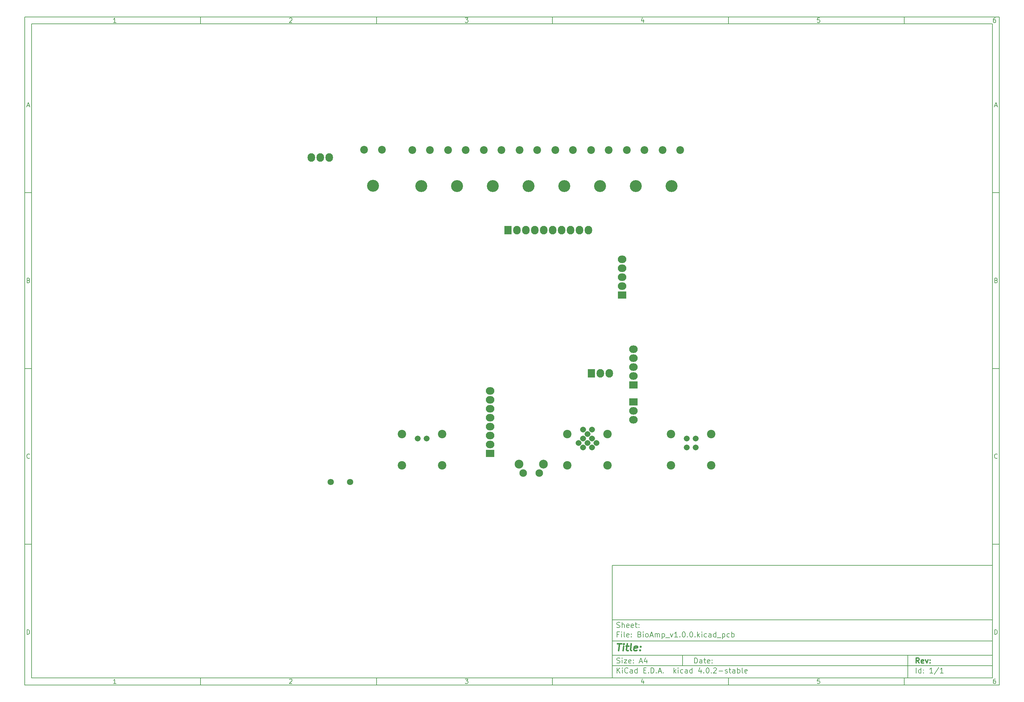
<source format=gbr>
G04 #@! TF.FileFunction,Soldermask,Bot*
%FSLAX46Y46*%
G04 Gerber Fmt 4.6, Leading zero omitted, Abs format (unit mm)*
G04 Created by KiCad (PCBNEW 4.0.2-stable) date 18/05/2017 14:25:04*
%MOMM*%
G01*
G04 APERTURE LIST*
%ADD10C,0.100000*%
%ADD11C,0.150000*%
%ADD12C,0.300000*%
%ADD13C,0.400000*%
%ADD14C,1.800000*%
%ADD15O,2.127200X2.432000*%
%ADD16R,2.432000X2.127200*%
%ADD17O,2.432000X2.127200*%
%ADD18R,2.127200X2.432000*%
%ADD19C,2.500000*%
%ADD20C,2.150000*%
%ADD21C,2.200000*%
%ADD22C,3.400000*%
%ADD23C,1.670000*%
%ADD24C,2.400000*%
G04 APERTURE END LIST*
D10*
D11*
X177002200Y-166007200D02*
X177002200Y-198007200D01*
X285002200Y-198007200D01*
X285002200Y-166007200D01*
X177002200Y-166007200D01*
D10*
D11*
X10000000Y-10000000D02*
X10000000Y-200007200D01*
X287002200Y-200007200D01*
X287002200Y-10000000D01*
X10000000Y-10000000D01*
D10*
D11*
X12000000Y-12000000D02*
X12000000Y-198007200D01*
X285002200Y-198007200D01*
X285002200Y-12000000D01*
X12000000Y-12000000D01*
D10*
D11*
X60000000Y-12000000D02*
X60000000Y-10000000D01*
D10*
D11*
X110000000Y-12000000D02*
X110000000Y-10000000D01*
D10*
D11*
X160000000Y-12000000D02*
X160000000Y-10000000D01*
D10*
D11*
X210000000Y-12000000D02*
X210000000Y-10000000D01*
D10*
D11*
X260000000Y-12000000D02*
X260000000Y-10000000D01*
D10*
D11*
X35990476Y-11588095D02*
X35247619Y-11588095D01*
X35619048Y-11588095D02*
X35619048Y-10288095D01*
X35495238Y-10473810D01*
X35371429Y-10597619D01*
X35247619Y-10659524D01*
D10*
D11*
X85247619Y-10411905D02*
X85309524Y-10350000D01*
X85433333Y-10288095D01*
X85742857Y-10288095D01*
X85866667Y-10350000D01*
X85928571Y-10411905D01*
X85990476Y-10535714D01*
X85990476Y-10659524D01*
X85928571Y-10845238D01*
X85185714Y-11588095D01*
X85990476Y-11588095D01*
D10*
D11*
X135185714Y-10288095D02*
X135990476Y-10288095D01*
X135557143Y-10783333D01*
X135742857Y-10783333D01*
X135866667Y-10845238D01*
X135928571Y-10907143D01*
X135990476Y-11030952D01*
X135990476Y-11340476D01*
X135928571Y-11464286D01*
X135866667Y-11526190D01*
X135742857Y-11588095D01*
X135371429Y-11588095D01*
X135247619Y-11526190D01*
X135185714Y-11464286D01*
D10*
D11*
X185866667Y-10721429D02*
X185866667Y-11588095D01*
X185557143Y-10226190D02*
X185247619Y-11154762D01*
X186052381Y-11154762D01*
D10*
D11*
X235928571Y-10288095D02*
X235309524Y-10288095D01*
X235247619Y-10907143D01*
X235309524Y-10845238D01*
X235433333Y-10783333D01*
X235742857Y-10783333D01*
X235866667Y-10845238D01*
X235928571Y-10907143D01*
X235990476Y-11030952D01*
X235990476Y-11340476D01*
X235928571Y-11464286D01*
X235866667Y-11526190D01*
X235742857Y-11588095D01*
X235433333Y-11588095D01*
X235309524Y-11526190D01*
X235247619Y-11464286D01*
D10*
D11*
X285866667Y-10288095D02*
X285619048Y-10288095D01*
X285495238Y-10350000D01*
X285433333Y-10411905D01*
X285309524Y-10597619D01*
X285247619Y-10845238D01*
X285247619Y-11340476D01*
X285309524Y-11464286D01*
X285371429Y-11526190D01*
X285495238Y-11588095D01*
X285742857Y-11588095D01*
X285866667Y-11526190D01*
X285928571Y-11464286D01*
X285990476Y-11340476D01*
X285990476Y-11030952D01*
X285928571Y-10907143D01*
X285866667Y-10845238D01*
X285742857Y-10783333D01*
X285495238Y-10783333D01*
X285371429Y-10845238D01*
X285309524Y-10907143D01*
X285247619Y-11030952D01*
D10*
D11*
X60000000Y-198007200D02*
X60000000Y-200007200D01*
D10*
D11*
X110000000Y-198007200D02*
X110000000Y-200007200D01*
D10*
D11*
X160000000Y-198007200D02*
X160000000Y-200007200D01*
D10*
D11*
X210000000Y-198007200D02*
X210000000Y-200007200D01*
D10*
D11*
X260000000Y-198007200D02*
X260000000Y-200007200D01*
D10*
D11*
X35990476Y-199595295D02*
X35247619Y-199595295D01*
X35619048Y-199595295D02*
X35619048Y-198295295D01*
X35495238Y-198481010D01*
X35371429Y-198604819D01*
X35247619Y-198666724D01*
D10*
D11*
X85247619Y-198419105D02*
X85309524Y-198357200D01*
X85433333Y-198295295D01*
X85742857Y-198295295D01*
X85866667Y-198357200D01*
X85928571Y-198419105D01*
X85990476Y-198542914D01*
X85990476Y-198666724D01*
X85928571Y-198852438D01*
X85185714Y-199595295D01*
X85990476Y-199595295D01*
D10*
D11*
X135185714Y-198295295D02*
X135990476Y-198295295D01*
X135557143Y-198790533D01*
X135742857Y-198790533D01*
X135866667Y-198852438D01*
X135928571Y-198914343D01*
X135990476Y-199038152D01*
X135990476Y-199347676D01*
X135928571Y-199471486D01*
X135866667Y-199533390D01*
X135742857Y-199595295D01*
X135371429Y-199595295D01*
X135247619Y-199533390D01*
X135185714Y-199471486D01*
D10*
D11*
X185866667Y-198728629D02*
X185866667Y-199595295D01*
X185557143Y-198233390D02*
X185247619Y-199161962D01*
X186052381Y-199161962D01*
D10*
D11*
X235928571Y-198295295D02*
X235309524Y-198295295D01*
X235247619Y-198914343D01*
X235309524Y-198852438D01*
X235433333Y-198790533D01*
X235742857Y-198790533D01*
X235866667Y-198852438D01*
X235928571Y-198914343D01*
X235990476Y-199038152D01*
X235990476Y-199347676D01*
X235928571Y-199471486D01*
X235866667Y-199533390D01*
X235742857Y-199595295D01*
X235433333Y-199595295D01*
X235309524Y-199533390D01*
X235247619Y-199471486D01*
D10*
D11*
X285866667Y-198295295D02*
X285619048Y-198295295D01*
X285495238Y-198357200D01*
X285433333Y-198419105D01*
X285309524Y-198604819D01*
X285247619Y-198852438D01*
X285247619Y-199347676D01*
X285309524Y-199471486D01*
X285371429Y-199533390D01*
X285495238Y-199595295D01*
X285742857Y-199595295D01*
X285866667Y-199533390D01*
X285928571Y-199471486D01*
X285990476Y-199347676D01*
X285990476Y-199038152D01*
X285928571Y-198914343D01*
X285866667Y-198852438D01*
X285742857Y-198790533D01*
X285495238Y-198790533D01*
X285371429Y-198852438D01*
X285309524Y-198914343D01*
X285247619Y-199038152D01*
D10*
D11*
X10000000Y-60000000D02*
X12000000Y-60000000D01*
D10*
D11*
X10000000Y-110000000D02*
X12000000Y-110000000D01*
D10*
D11*
X10000000Y-160000000D02*
X12000000Y-160000000D01*
D10*
D11*
X10690476Y-35216667D02*
X11309524Y-35216667D01*
X10566667Y-35588095D02*
X11000000Y-34288095D01*
X11433333Y-35588095D01*
D10*
D11*
X11092857Y-84907143D02*
X11278571Y-84969048D01*
X11340476Y-85030952D01*
X11402381Y-85154762D01*
X11402381Y-85340476D01*
X11340476Y-85464286D01*
X11278571Y-85526190D01*
X11154762Y-85588095D01*
X10659524Y-85588095D01*
X10659524Y-84288095D01*
X11092857Y-84288095D01*
X11216667Y-84350000D01*
X11278571Y-84411905D01*
X11340476Y-84535714D01*
X11340476Y-84659524D01*
X11278571Y-84783333D01*
X11216667Y-84845238D01*
X11092857Y-84907143D01*
X10659524Y-84907143D01*
D10*
D11*
X11402381Y-135464286D02*
X11340476Y-135526190D01*
X11154762Y-135588095D01*
X11030952Y-135588095D01*
X10845238Y-135526190D01*
X10721429Y-135402381D01*
X10659524Y-135278571D01*
X10597619Y-135030952D01*
X10597619Y-134845238D01*
X10659524Y-134597619D01*
X10721429Y-134473810D01*
X10845238Y-134350000D01*
X11030952Y-134288095D01*
X11154762Y-134288095D01*
X11340476Y-134350000D01*
X11402381Y-134411905D01*
D10*
D11*
X10659524Y-185588095D02*
X10659524Y-184288095D01*
X10969048Y-184288095D01*
X11154762Y-184350000D01*
X11278571Y-184473810D01*
X11340476Y-184597619D01*
X11402381Y-184845238D01*
X11402381Y-185030952D01*
X11340476Y-185278571D01*
X11278571Y-185402381D01*
X11154762Y-185526190D01*
X10969048Y-185588095D01*
X10659524Y-185588095D01*
D10*
D11*
X287002200Y-60000000D02*
X285002200Y-60000000D01*
D10*
D11*
X287002200Y-110000000D02*
X285002200Y-110000000D01*
D10*
D11*
X287002200Y-160000000D02*
X285002200Y-160000000D01*
D10*
D11*
X285692676Y-35216667D02*
X286311724Y-35216667D01*
X285568867Y-35588095D02*
X286002200Y-34288095D01*
X286435533Y-35588095D01*
D10*
D11*
X286095057Y-84907143D02*
X286280771Y-84969048D01*
X286342676Y-85030952D01*
X286404581Y-85154762D01*
X286404581Y-85340476D01*
X286342676Y-85464286D01*
X286280771Y-85526190D01*
X286156962Y-85588095D01*
X285661724Y-85588095D01*
X285661724Y-84288095D01*
X286095057Y-84288095D01*
X286218867Y-84350000D01*
X286280771Y-84411905D01*
X286342676Y-84535714D01*
X286342676Y-84659524D01*
X286280771Y-84783333D01*
X286218867Y-84845238D01*
X286095057Y-84907143D01*
X285661724Y-84907143D01*
D10*
D11*
X286404581Y-135464286D02*
X286342676Y-135526190D01*
X286156962Y-135588095D01*
X286033152Y-135588095D01*
X285847438Y-135526190D01*
X285723629Y-135402381D01*
X285661724Y-135278571D01*
X285599819Y-135030952D01*
X285599819Y-134845238D01*
X285661724Y-134597619D01*
X285723629Y-134473810D01*
X285847438Y-134350000D01*
X286033152Y-134288095D01*
X286156962Y-134288095D01*
X286342676Y-134350000D01*
X286404581Y-134411905D01*
D10*
D11*
X285661724Y-185588095D02*
X285661724Y-184288095D01*
X285971248Y-184288095D01*
X286156962Y-184350000D01*
X286280771Y-184473810D01*
X286342676Y-184597619D01*
X286404581Y-184845238D01*
X286404581Y-185030952D01*
X286342676Y-185278571D01*
X286280771Y-185402381D01*
X286156962Y-185526190D01*
X285971248Y-185588095D01*
X285661724Y-185588095D01*
D10*
D11*
X200359343Y-193785771D02*
X200359343Y-192285771D01*
X200716486Y-192285771D01*
X200930771Y-192357200D01*
X201073629Y-192500057D01*
X201145057Y-192642914D01*
X201216486Y-192928629D01*
X201216486Y-193142914D01*
X201145057Y-193428629D01*
X201073629Y-193571486D01*
X200930771Y-193714343D01*
X200716486Y-193785771D01*
X200359343Y-193785771D01*
X202502200Y-193785771D02*
X202502200Y-193000057D01*
X202430771Y-192857200D01*
X202287914Y-192785771D01*
X202002200Y-192785771D01*
X201859343Y-192857200D01*
X202502200Y-193714343D02*
X202359343Y-193785771D01*
X202002200Y-193785771D01*
X201859343Y-193714343D01*
X201787914Y-193571486D01*
X201787914Y-193428629D01*
X201859343Y-193285771D01*
X202002200Y-193214343D01*
X202359343Y-193214343D01*
X202502200Y-193142914D01*
X203002200Y-192785771D02*
X203573629Y-192785771D01*
X203216486Y-192285771D02*
X203216486Y-193571486D01*
X203287914Y-193714343D01*
X203430772Y-193785771D01*
X203573629Y-193785771D01*
X204645057Y-193714343D02*
X204502200Y-193785771D01*
X204216486Y-193785771D01*
X204073629Y-193714343D01*
X204002200Y-193571486D01*
X204002200Y-193000057D01*
X204073629Y-192857200D01*
X204216486Y-192785771D01*
X204502200Y-192785771D01*
X204645057Y-192857200D01*
X204716486Y-193000057D01*
X204716486Y-193142914D01*
X204002200Y-193285771D01*
X205359343Y-193642914D02*
X205430771Y-193714343D01*
X205359343Y-193785771D01*
X205287914Y-193714343D01*
X205359343Y-193642914D01*
X205359343Y-193785771D01*
X205359343Y-192857200D02*
X205430771Y-192928629D01*
X205359343Y-193000057D01*
X205287914Y-192928629D01*
X205359343Y-192857200D01*
X205359343Y-193000057D01*
D10*
D11*
X177002200Y-194507200D02*
X285002200Y-194507200D01*
D10*
D11*
X178359343Y-196585771D02*
X178359343Y-195085771D01*
X179216486Y-196585771D02*
X178573629Y-195728629D01*
X179216486Y-195085771D02*
X178359343Y-195942914D01*
X179859343Y-196585771D02*
X179859343Y-195585771D01*
X179859343Y-195085771D02*
X179787914Y-195157200D01*
X179859343Y-195228629D01*
X179930771Y-195157200D01*
X179859343Y-195085771D01*
X179859343Y-195228629D01*
X181430772Y-196442914D02*
X181359343Y-196514343D01*
X181145057Y-196585771D01*
X181002200Y-196585771D01*
X180787915Y-196514343D01*
X180645057Y-196371486D01*
X180573629Y-196228629D01*
X180502200Y-195942914D01*
X180502200Y-195728629D01*
X180573629Y-195442914D01*
X180645057Y-195300057D01*
X180787915Y-195157200D01*
X181002200Y-195085771D01*
X181145057Y-195085771D01*
X181359343Y-195157200D01*
X181430772Y-195228629D01*
X182716486Y-196585771D02*
X182716486Y-195800057D01*
X182645057Y-195657200D01*
X182502200Y-195585771D01*
X182216486Y-195585771D01*
X182073629Y-195657200D01*
X182716486Y-196514343D02*
X182573629Y-196585771D01*
X182216486Y-196585771D01*
X182073629Y-196514343D01*
X182002200Y-196371486D01*
X182002200Y-196228629D01*
X182073629Y-196085771D01*
X182216486Y-196014343D01*
X182573629Y-196014343D01*
X182716486Y-195942914D01*
X184073629Y-196585771D02*
X184073629Y-195085771D01*
X184073629Y-196514343D02*
X183930772Y-196585771D01*
X183645058Y-196585771D01*
X183502200Y-196514343D01*
X183430772Y-196442914D01*
X183359343Y-196300057D01*
X183359343Y-195871486D01*
X183430772Y-195728629D01*
X183502200Y-195657200D01*
X183645058Y-195585771D01*
X183930772Y-195585771D01*
X184073629Y-195657200D01*
X185930772Y-195800057D02*
X186430772Y-195800057D01*
X186645058Y-196585771D02*
X185930772Y-196585771D01*
X185930772Y-195085771D01*
X186645058Y-195085771D01*
X187287915Y-196442914D02*
X187359343Y-196514343D01*
X187287915Y-196585771D01*
X187216486Y-196514343D01*
X187287915Y-196442914D01*
X187287915Y-196585771D01*
X188002201Y-196585771D02*
X188002201Y-195085771D01*
X188359344Y-195085771D01*
X188573629Y-195157200D01*
X188716487Y-195300057D01*
X188787915Y-195442914D01*
X188859344Y-195728629D01*
X188859344Y-195942914D01*
X188787915Y-196228629D01*
X188716487Y-196371486D01*
X188573629Y-196514343D01*
X188359344Y-196585771D01*
X188002201Y-196585771D01*
X189502201Y-196442914D02*
X189573629Y-196514343D01*
X189502201Y-196585771D01*
X189430772Y-196514343D01*
X189502201Y-196442914D01*
X189502201Y-196585771D01*
X190145058Y-196157200D02*
X190859344Y-196157200D01*
X190002201Y-196585771D02*
X190502201Y-195085771D01*
X191002201Y-196585771D01*
X191502201Y-196442914D02*
X191573629Y-196514343D01*
X191502201Y-196585771D01*
X191430772Y-196514343D01*
X191502201Y-196442914D01*
X191502201Y-196585771D01*
X194502201Y-196585771D02*
X194502201Y-195085771D01*
X194645058Y-196014343D02*
X195073629Y-196585771D01*
X195073629Y-195585771D02*
X194502201Y-196157200D01*
X195716487Y-196585771D02*
X195716487Y-195585771D01*
X195716487Y-195085771D02*
X195645058Y-195157200D01*
X195716487Y-195228629D01*
X195787915Y-195157200D01*
X195716487Y-195085771D01*
X195716487Y-195228629D01*
X197073630Y-196514343D02*
X196930773Y-196585771D01*
X196645059Y-196585771D01*
X196502201Y-196514343D01*
X196430773Y-196442914D01*
X196359344Y-196300057D01*
X196359344Y-195871486D01*
X196430773Y-195728629D01*
X196502201Y-195657200D01*
X196645059Y-195585771D01*
X196930773Y-195585771D01*
X197073630Y-195657200D01*
X198359344Y-196585771D02*
X198359344Y-195800057D01*
X198287915Y-195657200D01*
X198145058Y-195585771D01*
X197859344Y-195585771D01*
X197716487Y-195657200D01*
X198359344Y-196514343D02*
X198216487Y-196585771D01*
X197859344Y-196585771D01*
X197716487Y-196514343D01*
X197645058Y-196371486D01*
X197645058Y-196228629D01*
X197716487Y-196085771D01*
X197859344Y-196014343D01*
X198216487Y-196014343D01*
X198359344Y-195942914D01*
X199716487Y-196585771D02*
X199716487Y-195085771D01*
X199716487Y-196514343D02*
X199573630Y-196585771D01*
X199287916Y-196585771D01*
X199145058Y-196514343D01*
X199073630Y-196442914D01*
X199002201Y-196300057D01*
X199002201Y-195871486D01*
X199073630Y-195728629D01*
X199145058Y-195657200D01*
X199287916Y-195585771D01*
X199573630Y-195585771D01*
X199716487Y-195657200D01*
X202216487Y-195585771D02*
X202216487Y-196585771D01*
X201859344Y-195014343D02*
X201502201Y-196085771D01*
X202430773Y-196085771D01*
X203002201Y-196442914D02*
X203073629Y-196514343D01*
X203002201Y-196585771D01*
X202930772Y-196514343D01*
X203002201Y-196442914D01*
X203002201Y-196585771D01*
X204002201Y-195085771D02*
X204145058Y-195085771D01*
X204287915Y-195157200D01*
X204359344Y-195228629D01*
X204430773Y-195371486D01*
X204502201Y-195657200D01*
X204502201Y-196014343D01*
X204430773Y-196300057D01*
X204359344Y-196442914D01*
X204287915Y-196514343D01*
X204145058Y-196585771D01*
X204002201Y-196585771D01*
X203859344Y-196514343D01*
X203787915Y-196442914D01*
X203716487Y-196300057D01*
X203645058Y-196014343D01*
X203645058Y-195657200D01*
X203716487Y-195371486D01*
X203787915Y-195228629D01*
X203859344Y-195157200D01*
X204002201Y-195085771D01*
X205145058Y-196442914D02*
X205216486Y-196514343D01*
X205145058Y-196585771D01*
X205073629Y-196514343D01*
X205145058Y-196442914D01*
X205145058Y-196585771D01*
X205787915Y-195228629D02*
X205859344Y-195157200D01*
X206002201Y-195085771D01*
X206359344Y-195085771D01*
X206502201Y-195157200D01*
X206573630Y-195228629D01*
X206645058Y-195371486D01*
X206645058Y-195514343D01*
X206573630Y-195728629D01*
X205716487Y-196585771D01*
X206645058Y-196585771D01*
X207287915Y-196014343D02*
X208430772Y-196014343D01*
X209073629Y-196514343D02*
X209216486Y-196585771D01*
X209502201Y-196585771D01*
X209645058Y-196514343D01*
X209716486Y-196371486D01*
X209716486Y-196300057D01*
X209645058Y-196157200D01*
X209502201Y-196085771D01*
X209287915Y-196085771D01*
X209145058Y-196014343D01*
X209073629Y-195871486D01*
X209073629Y-195800057D01*
X209145058Y-195657200D01*
X209287915Y-195585771D01*
X209502201Y-195585771D01*
X209645058Y-195657200D01*
X210145058Y-195585771D02*
X210716487Y-195585771D01*
X210359344Y-195085771D02*
X210359344Y-196371486D01*
X210430772Y-196514343D01*
X210573630Y-196585771D01*
X210716487Y-196585771D01*
X211859344Y-196585771D02*
X211859344Y-195800057D01*
X211787915Y-195657200D01*
X211645058Y-195585771D01*
X211359344Y-195585771D01*
X211216487Y-195657200D01*
X211859344Y-196514343D02*
X211716487Y-196585771D01*
X211359344Y-196585771D01*
X211216487Y-196514343D01*
X211145058Y-196371486D01*
X211145058Y-196228629D01*
X211216487Y-196085771D01*
X211359344Y-196014343D01*
X211716487Y-196014343D01*
X211859344Y-195942914D01*
X212573630Y-196585771D02*
X212573630Y-195085771D01*
X212573630Y-195657200D02*
X212716487Y-195585771D01*
X213002201Y-195585771D01*
X213145058Y-195657200D01*
X213216487Y-195728629D01*
X213287916Y-195871486D01*
X213287916Y-196300057D01*
X213216487Y-196442914D01*
X213145058Y-196514343D01*
X213002201Y-196585771D01*
X212716487Y-196585771D01*
X212573630Y-196514343D01*
X214145059Y-196585771D02*
X214002201Y-196514343D01*
X213930773Y-196371486D01*
X213930773Y-195085771D01*
X215287915Y-196514343D02*
X215145058Y-196585771D01*
X214859344Y-196585771D01*
X214716487Y-196514343D01*
X214645058Y-196371486D01*
X214645058Y-195800057D01*
X214716487Y-195657200D01*
X214859344Y-195585771D01*
X215145058Y-195585771D01*
X215287915Y-195657200D01*
X215359344Y-195800057D01*
X215359344Y-195942914D01*
X214645058Y-196085771D01*
D10*
D11*
X177002200Y-191507200D02*
X285002200Y-191507200D01*
D10*
D12*
X264216486Y-193785771D02*
X263716486Y-193071486D01*
X263359343Y-193785771D02*
X263359343Y-192285771D01*
X263930771Y-192285771D01*
X264073629Y-192357200D01*
X264145057Y-192428629D01*
X264216486Y-192571486D01*
X264216486Y-192785771D01*
X264145057Y-192928629D01*
X264073629Y-193000057D01*
X263930771Y-193071486D01*
X263359343Y-193071486D01*
X265430771Y-193714343D02*
X265287914Y-193785771D01*
X265002200Y-193785771D01*
X264859343Y-193714343D01*
X264787914Y-193571486D01*
X264787914Y-193000057D01*
X264859343Y-192857200D01*
X265002200Y-192785771D01*
X265287914Y-192785771D01*
X265430771Y-192857200D01*
X265502200Y-193000057D01*
X265502200Y-193142914D01*
X264787914Y-193285771D01*
X266002200Y-192785771D02*
X266359343Y-193785771D01*
X266716485Y-192785771D01*
X267287914Y-193642914D02*
X267359342Y-193714343D01*
X267287914Y-193785771D01*
X267216485Y-193714343D01*
X267287914Y-193642914D01*
X267287914Y-193785771D01*
X267287914Y-192857200D02*
X267359342Y-192928629D01*
X267287914Y-193000057D01*
X267216485Y-192928629D01*
X267287914Y-192857200D01*
X267287914Y-193000057D01*
D10*
D11*
X178287914Y-193714343D02*
X178502200Y-193785771D01*
X178859343Y-193785771D01*
X179002200Y-193714343D01*
X179073629Y-193642914D01*
X179145057Y-193500057D01*
X179145057Y-193357200D01*
X179073629Y-193214343D01*
X179002200Y-193142914D01*
X178859343Y-193071486D01*
X178573629Y-193000057D01*
X178430771Y-192928629D01*
X178359343Y-192857200D01*
X178287914Y-192714343D01*
X178287914Y-192571486D01*
X178359343Y-192428629D01*
X178430771Y-192357200D01*
X178573629Y-192285771D01*
X178930771Y-192285771D01*
X179145057Y-192357200D01*
X179787914Y-193785771D02*
X179787914Y-192785771D01*
X179787914Y-192285771D02*
X179716485Y-192357200D01*
X179787914Y-192428629D01*
X179859342Y-192357200D01*
X179787914Y-192285771D01*
X179787914Y-192428629D01*
X180359343Y-192785771D02*
X181145057Y-192785771D01*
X180359343Y-193785771D01*
X181145057Y-193785771D01*
X182287914Y-193714343D02*
X182145057Y-193785771D01*
X181859343Y-193785771D01*
X181716486Y-193714343D01*
X181645057Y-193571486D01*
X181645057Y-193000057D01*
X181716486Y-192857200D01*
X181859343Y-192785771D01*
X182145057Y-192785771D01*
X182287914Y-192857200D01*
X182359343Y-193000057D01*
X182359343Y-193142914D01*
X181645057Y-193285771D01*
X183002200Y-193642914D02*
X183073628Y-193714343D01*
X183002200Y-193785771D01*
X182930771Y-193714343D01*
X183002200Y-193642914D01*
X183002200Y-193785771D01*
X183002200Y-192857200D02*
X183073628Y-192928629D01*
X183002200Y-193000057D01*
X182930771Y-192928629D01*
X183002200Y-192857200D01*
X183002200Y-193000057D01*
X184787914Y-193357200D02*
X185502200Y-193357200D01*
X184645057Y-193785771D02*
X185145057Y-192285771D01*
X185645057Y-193785771D01*
X186787914Y-192785771D02*
X186787914Y-193785771D01*
X186430771Y-192214343D02*
X186073628Y-193285771D01*
X187002200Y-193285771D01*
D10*
D11*
X263359343Y-196585771D02*
X263359343Y-195085771D01*
X264716486Y-196585771D02*
X264716486Y-195085771D01*
X264716486Y-196514343D02*
X264573629Y-196585771D01*
X264287915Y-196585771D01*
X264145057Y-196514343D01*
X264073629Y-196442914D01*
X264002200Y-196300057D01*
X264002200Y-195871486D01*
X264073629Y-195728629D01*
X264145057Y-195657200D01*
X264287915Y-195585771D01*
X264573629Y-195585771D01*
X264716486Y-195657200D01*
X265430772Y-196442914D02*
X265502200Y-196514343D01*
X265430772Y-196585771D01*
X265359343Y-196514343D01*
X265430772Y-196442914D01*
X265430772Y-196585771D01*
X265430772Y-195657200D02*
X265502200Y-195728629D01*
X265430772Y-195800057D01*
X265359343Y-195728629D01*
X265430772Y-195657200D01*
X265430772Y-195800057D01*
X268073629Y-196585771D02*
X267216486Y-196585771D01*
X267645058Y-196585771D02*
X267645058Y-195085771D01*
X267502201Y-195300057D01*
X267359343Y-195442914D01*
X267216486Y-195514343D01*
X269787914Y-195014343D02*
X268502200Y-196942914D01*
X271073629Y-196585771D02*
X270216486Y-196585771D01*
X270645058Y-196585771D02*
X270645058Y-195085771D01*
X270502201Y-195300057D01*
X270359343Y-195442914D01*
X270216486Y-195514343D01*
D10*
D11*
X177002200Y-187507200D02*
X285002200Y-187507200D01*
D10*
D13*
X178454581Y-188211962D02*
X179597438Y-188211962D01*
X178776010Y-190211962D02*
X179026010Y-188211962D01*
X180014105Y-190211962D02*
X180180771Y-188878629D01*
X180264105Y-188211962D02*
X180156962Y-188307200D01*
X180240295Y-188402438D01*
X180347439Y-188307200D01*
X180264105Y-188211962D01*
X180240295Y-188402438D01*
X180847438Y-188878629D02*
X181609343Y-188878629D01*
X181216486Y-188211962D02*
X181002200Y-189926248D01*
X181073630Y-190116724D01*
X181252201Y-190211962D01*
X181442677Y-190211962D01*
X182395058Y-190211962D02*
X182216487Y-190116724D01*
X182145057Y-189926248D01*
X182359343Y-188211962D01*
X183930772Y-190116724D02*
X183728391Y-190211962D01*
X183347439Y-190211962D01*
X183168867Y-190116724D01*
X183097438Y-189926248D01*
X183192676Y-189164343D01*
X183311724Y-188973867D01*
X183514105Y-188878629D01*
X183895057Y-188878629D01*
X184073629Y-188973867D01*
X184145057Y-189164343D01*
X184121248Y-189354819D01*
X183145057Y-189545295D01*
X184895057Y-190021486D02*
X184978392Y-190116724D01*
X184871248Y-190211962D01*
X184787915Y-190116724D01*
X184895057Y-190021486D01*
X184871248Y-190211962D01*
X185026010Y-188973867D02*
X185109344Y-189069105D01*
X185002200Y-189164343D01*
X184918867Y-189069105D01*
X185026010Y-188973867D01*
X185002200Y-189164343D01*
D10*
D11*
X178859343Y-185600057D02*
X178359343Y-185600057D01*
X178359343Y-186385771D02*
X178359343Y-184885771D01*
X179073629Y-184885771D01*
X179645057Y-186385771D02*
X179645057Y-185385771D01*
X179645057Y-184885771D02*
X179573628Y-184957200D01*
X179645057Y-185028629D01*
X179716485Y-184957200D01*
X179645057Y-184885771D01*
X179645057Y-185028629D01*
X180573629Y-186385771D02*
X180430771Y-186314343D01*
X180359343Y-186171486D01*
X180359343Y-184885771D01*
X181716485Y-186314343D02*
X181573628Y-186385771D01*
X181287914Y-186385771D01*
X181145057Y-186314343D01*
X181073628Y-186171486D01*
X181073628Y-185600057D01*
X181145057Y-185457200D01*
X181287914Y-185385771D01*
X181573628Y-185385771D01*
X181716485Y-185457200D01*
X181787914Y-185600057D01*
X181787914Y-185742914D01*
X181073628Y-185885771D01*
X182430771Y-186242914D02*
X182502199Y-186314343D01*
X182430771Y-186385771D01*
X182359342Y-186314343D01*
X182430771Y-186242914D01*
X182430771Y-186385771D01*
X182430771Y-185457200D02*
X182502199Y-185528629D01*
X182430771Y-185600057D01*
X182359342Y-185528629D01*
X182430771Y-185457200D01*
X182430771Y-185600057D01*
X184787914Y-185600057D02*
X185002200Y-185671486D01*
X185073628Y-185742914D01*
X185145057Y-185885771D01*
X185145057Y-186100057D01*
X185073628Y-186242914D01*
X185002200Y-186314343D01*
X184859342Y-186385771D01*
X184287914Y-186385771D01*
X184287914Y-184885771D01*
X184787914Y-184885771D01*
X184930771Y-184957200D01*
X185002200Y-185028629D01*
X185073628Y-185171486D01*
X185073628Y-185314343D01*
X185002200Y-185457200D01*
X184930771Y-185528629D01*
X184787914Y-185600057D01*
X184287914Y-185600057D01*
X185787914Y-186385771D02*
X185787914Y-185385771D01*
X185787914Y-184885771D02*
X185716485Y-184957200D01*
X185787914Y-185028629D01*
X185859342Y-184957200D01*
X185787914Y-184885771D01*
X185787914Y-185028629D01*
X186716486Y-186385771D02*
X186573628Y-186314343D01*
X186502200Y-186242914D01*
X186430771Y-186100057D01*
X186430771Y-185671486D01*
X186502200Y-185528629D01*
X186573628Y-185457200D01*
X186716486Y-185385771D01*
X186930771Y-185385771D01*
X187073628Y-185457200D01*
X187145057Y-185528629D01*
X187216486Y-185671486D01*
X187216486Y-186100057D01*
X187145057Y-186242914D01*
X187073628Y-186314343D01*
X186930771Y-186385771D01*
X186716486Y-186385771D01*
X187787914Y-185957200D02*
X188502200Y-185957200D01*
X187645057Y-186385771D02*
X188145057Y-184885771D01*
X188645057Y-186385771D01*
X189145057Y-186385771D02*
X189145057Y-185385771D01*
X189145057Y-185528629D02*
X189216485Y-185457200D01*
X189359343Y-185385771D01*
X189573628Y-185385771D01*
X189716485Y-185457200D01*
X189787914Y-185600057D01*
X189787914Y-186385771D01*
X189787914Y-185600057D02*
X189859343Y-185457200D01*
X190002200Y-185385771D01*
X190216485Y-185385771D01*
X190359343Y-185457200D01*
X190430771Y-185600057D01*
X190430771Y-186385771D01*
X191145057Y-185385771D02*
X191145057Y-186885771D01*
X191145057Y-185457200D02*
X191287914Y-185385771D01*
X191573628Y-185385771D01*
X191716485Y-185457200D01*
X191787914Y-185528629D01*
X191859343Y-185671486D01*
X191859343Y-186100057D01*
X191787914Y-186242914D01*
X191716485Y-186314343D01*
X191573628Y-186385771D01*
X191287914Y-186385771D01*
X191145057Y-186314343D01*
X192145057Y-186528629D02*
X193287914Y-186528629D01*
X193502200Y-185385771D02*
X193859343Y-186385771D01*
X194216485Y-185385771D01*
X195573628Y-186385771D02*
X194716485Y-186385771D01*
X195145057Y-186385771D02*
X195145057Y-184885771D01*
X195002200Y-185100057D01*
X194859342Y-185242914D01*
X194716485Y-185314343D01*
X196216485Y-186242914D02*
X196287913Y-186314343D01*
X196216485Y-186385771D01*
X196145056Y-186314343D01*
X196216485Y-186242914D01*
X196216485Y-186385771D01*
X197216485Y-184885771D02*
X197359342Y-184885771D01*
X197502199Y-184957200D01*
X197573628Y-185028629D01*
X197645057Y-185171486D01*
X197716485Y-185457200D01*
X197716485Y-185814343D01*
X197645057Y-186100057D01*
X197573628Y-186242914D01*
X197502199Y-186314343D01*
X197359342Y-186385771D01*
X197216485Y-186385771D01*
X197073628Y-186314343D01*
X197002199Y-186242914D01*
X196930771Y-186100057D01*
X196859342Y-185814343D01*
X196859342Y-185457200D01*
X196930771Y-185171486D01*
X197002199Y-185028629D01*
X197073628Y-184957200D01*
X197216485Y-184885771D01*
X198359342Y-186242914D02*
X198430770Y-186314343D01*
X198359342Y-186385771D01*
X198287913Y-186314343D01*
X198359342Y-186242914D01*
X198359342Y-186385771D01*
X199359342Y-184885771D02*
X199502199Y-184885771D01*
X199645056Y-184957200D01*
X199716485Y-185028629D01*
X199787914Y-185171486D01*
X199859342Y-185457200D01*
X199859342Y-185814343D01*
X199787914Y-186100057D01*
X199716485Y-186242914D01*
X199645056Y-186314343D01*
X199502199Y-186385771D01*
X199359342Y-186385771D01*
X199216485Y-186314343D01*
X199145056Y-186242914D01*
X199073628Y-186100057D01*
X199002199Y-185814343D01*
X199002199Y-185457200D01*
X199073628Y-185171486D01*
X199145056Y-185028629D01*
X199216485Y-184957200D01*
X199359342Y-184885771D01*
X200502199Y-186242914D02*
X200573627Y-186314343D01*
X200502199Y-186385771D01*
X200430770Y-186314343D01*
X200502199Y-186242914D01*
X200502199Y-186385771D01*
X201216485Y-186385771D02*
X201216485Y-184885771D01*
X201359342Y-185814343D02*
X201787913Y-186385771D01*
X201787913Y-185385771D02*
X201216485Y-185957200D01*
X202430771Y-186385771D02*
X202430771Y-185385771D01*
X202430771Y-184885771D02*
X202359342Y-184957200D01*
X202430771Y-185028629D01*
X202502199Y-184957200D01*
X202430771Y-184885771D01*
X202430771Y-185028629D01*
X203787914Y-186314343D02*
X203645057Y-186385771D01*
X203359343Y-186385771D01*
X203216485Y-186314343D01*
X203145057Y-186242914D01*
X203073628Y-186100057D01*
X203073628Y-185671486D01*
X203145057Y-185528629D01*
X203216485Y-185457200D01*
X203359343Y-185385771D01*
X203645057Y-185385771D01*
X203787914Y-185457200D01*
X205073628Y-186385771D02*
X205073628Y-185600057D01*
X205002199Y-185457200D01*
X204859342Y-185385771D01*
X204573628Y-185385771D01*
X204430771Y-185457200D01*
X205073628Y-186314343D02*
X204930771Y-186385771D01*
X204573628Y-186385771D01*
X204430771Y-186314343D01*
X204359342Y-186171486D01*
X204359342Y-186028629D01*
X204430771Y-185885771D01*
X204573628Y-185814343D01*
X204930771Y-185814343D01*
X205073628Y-185742914D01*
X206430771Y-186385771D02*
X206430771Y-184885771D01*
X206430771Y-186314343D02*
X206287914Y-186385771D01*
X206002200Y-186385771D01*
X205859342Y-186314343D01*
X205787914Y-186242914D01*
X205716485Y-186100057D01*
X205716485Y-185671486D01*
X205787914Y-185528629D01*
X205859342Y-185457200D01*
X206002200Y-185385771D01*
X206287914Y-185385771D01*
X206430771Y-185457200D01*
X206787914Y-186528629D02*
X207930771Y-186528629D01*
X208287914Y-185385771D02*
X208287914Y-186885771D01*
X208287914Y-185457200D02*
X208430771Y-185385771D01*
X208716485Y-185385771D01*
X208859342Y-185457200D01*
X208930771Y-185528629D01*
X209002200Y-185671486D01*
X209002200Y-186100057D01*
X208930771Y-186242914D01*
X208859342Y-186314343D01*
X208716485Y-186385771D01*
X208430771Y-186385771D01*
X208287914Y-186314343D01*
X210287914Y-186314343D02*
X210145057Y-186385771D01*
X209859343Y-186385771D01*
X209716485Y-186314343D01*
X209645057Y-186242914D01*
X209573628Y-186100057D01*
X209573628Y-185671486D01*
X209645057Y-185528629D01*
X209716485Y-185457200D01*
X209859343Y-185385771D01*
X210145057Y-185385771D01*
X210287914Y-185457200D01*
X210930771Y-186385771D02*
X210930771Y-184885771D01*
X210930771Y-185457200D02*
X211073628Y-185385771D01*
X211359342Y-185385771D01*
X211502199Y-185457200D01*
X211573628Y-185528629D01*
X211645057Y-185671486D01*
X211645057Y-186100057D01*
X211573628Y-186242914D01*
X211502199Y-186314343D01*
X211359342Y-186385771D01*
X211073628Y-186385771D01*
X210930771Y-186314343D01*
D10*
D11*
X177002200Y-181507200D02*
X285002200Y-181507200D01*
D10*
D11*
X178287914Y-183614343D02*
X178502200Y-183685771D01*
X178859343Y-183685771D01*
X179002200Y-183614343D01*
X179073629Y-183542914D01*
X179145057Y-183400057D01*
X179145057Y-183257200D01*
X179073629Y-183114343D01*
X179002200Y-183042914D01*
X178859343Y-182971486D01*
X178573629Y-182900057D01*
X178430771Y-182828629D01*
X178359343Y-182757200D01*
X178287914Y-182614343D01*
X178287914Y-182471486D01*
X178359343Y-182328629D01*
X178430771Y-182257200D01*
X178573629Y-182185771D01*
X178930771Y-182185771D01*
X179145057Y-182257200D01*
X179787914Y-183685771D02*
X179787914Y-182185771D01*
X180430771Y-183685771D02*
X180430771Y-182900057D01*
X180359342Y-182757200D01*
X180216485Y-182685771D01*
X180002200Y-182685771D01*
X179859342Y-182757200D01*
X179787914Y-182828629D01*
X181716485Y-183614343D02*
X181573628Y-183685771D01*
X181287914Y-183685771D01*
X181145057Y-183614343D01*
X181073628Y-183471486D01*
X181073628Y-182900057D01*
X181145057Y-182757200D01*
X181287914Y-182685771D01*
X181573628Y-182685771D01*
X181716485Y-182757200D01*
X181787914Y-182900057D01*
X181787914Y-183042914D01*
X181073628Y-183185771D01*
X183002199Y-183614343D02*
X182859342Y-183685771D01*
X182573628Y-183685771D01*
X182430771Y-183614343D01*
X182359342Y-183471486D01*
X182359342Y-182900057D01*
X182430771Y-182757200D01*
X182573628Y-182685771D01*
X182859342Y-182685771D01*
X183002199Y-182757200D01*
X183073628Y-182900057D01*
X183073628Y-183042914D01*
X182359342Y-183185771D01*
X183502199Y-182685771D02*
X184073628Y-182685771D01*
X183716485Y-182185771D02*
X183716485Y-183471486D01*
X183787913Y-183614343D01*
X183930771Y-183685771D01*
X184073628Y-183685771D01*
X184573628Y-183542914D02*
X184645056Y-183614343D01*
X184573628Y-183685771D01*
X184502199Y-183614343D01*
X184573628Y-183542914D01*
X184573628Y-183685771D01*
X184573628Y-182757200D02*
X184645056Y-182828629D01*
X184573628Y-182900057D01*
X184502199Y-182828629D01*
X184573628Y-182757200D01*
X184573628Y-182900057D01*
D10*
D11*
X197002200Y-191507200D02*
X197002200Y-194507200D01*
D10*
D11*
X261002200Y-191507200D02*
X261002200Y-198007200D01*
D14*
X96945000Y-142309600D03*
X102445000Y-142309600D03*
D15*
X91450000Y-49950000D03*
X93990000Y-49950000D03*
X96530000Y-49950000D03*
D16*
X142240000Y-134112000D03*
D17*
X142240000Y-131572000D03*
X142240000Y-129032000D03*
X142240000Y-126492000D03*
X142240000Y-123952000D03*
X142240000Y-121412000D03*
X142240000Y-118872000D03*
X142240000Y-116332000D03*
D18*
X171069000Y-111379000D03*
D15*
X173609000Y-111379000D03*
X176149000Y-111379000D03*
D16*
X179768500Y-89090500D03*
D17*
X179768500Y-86550500D03*
X179768500Y-84010500D03*
X179768500Y-81470500D03*
X179768500Y-78930500D03*
D16*
X183000000Y-119500000D03*
D17*
X183000000Y-122040000D03*
X183000000Y-124580000D03*
D16*
X183007000Y-114681000D03*
D17*
X183007000Y-112141000D03*
X183007000Y-109601000D03*
X183007000Y-107061000D03*
X183007000Y-104521000D03*
D18*
X147320000Y-70612000D03*
D15*
X149860000Y-70612000D03*
X152400000Y-70612000D03*
X154940000Y-70612000D03*
X157480000Y-70612000D03*
X160020000Y-70612000D03*
X162560000Y-70612000D03*
X165100000Y-70612000D03*
X167640000Y-70612000D03*
X170180000Y-70612000D03*
D19*
X150450000Y-137210000D03*
D20*
X151710000Y-139700000D03*
X156210000Y-139700000D03*
D19*
X157460000Y-137210000D03*
D21*
X160822000Y-47886000D03*
D22*
X163322000Y-58086000D03*
D21*
X165822000Y-47886000D03*
X106500000Y-47800000D03*
D22*
X109000000Y-58000000D03*
D21*
X111500000Y-47800000D03*
X120182000Y-47886000D03*
D22*
X122682000Y-58086000D03*
D21*
X125182000Y-47886000D03*
X130342000Y-47886000D03*
D22*
X132842000Y-58086000D03*
D21*
X135342000Y-47886000D03*
X150662000Y-47886000D03*
D22*
X153162000Y-58086000D03*
D21*
X155662000Y-47886000D03*
X140502000Y-47886000D03*
D22*
X143002000Y-58086000D03*
D21*
X145502000Y-47886000D03*
X181142000Y-47886000D03*
D22*
X183642000Y-58086000D03*
D21*
X186142000Y-47886000D03*
X191302000Y-47886000D03*
D22*
X193802000Y-58086000D03*
D21*
X196302000Y-47886000D03*
X170982000Y-47886000D03*
D22*
X173482000Y-58086000D03*
D21*
X175982000Y-47886000D03*
D23*
X124206000Y-129921000D03*
D24*
X117221000Y-128651000D03*
X117221000Y-137541000D03*
X128651000Y-137541000D03*
X128651000Y-128651000D03*
D23*
X121666000Y-129921000D03*
X169926000Y-131191000D03*
X169926000Y-128651000D03*
X171196000Y-127381000D03*
X171196000Y-129921000D03*
X172466000Y-131191000D03*
X171196000Y-132461000D03*
X167386000Y-131191000D03*
X168656000Y-129921000D03*
X168656000Y-132461000D03*
D24*
X164211000Y-128651000D03*
X164211000Y-137541000D03*
X175641000Y-137541000D03*
X175641000Y-128651000D03*
D23*
X168656000Y-127381000D03*
X200660000Y-132461000D03*
X198120000Y-132461000D03*
X200660000Y-129921000D03*
D24*
X193675000Y-128651000D03*
X193675000Y-137541000D03*
X205105000Y-137541000D03*
X205105000Y-128651000D03*
D23*
X198120000Y-129921000D03*
M02*

</source>
